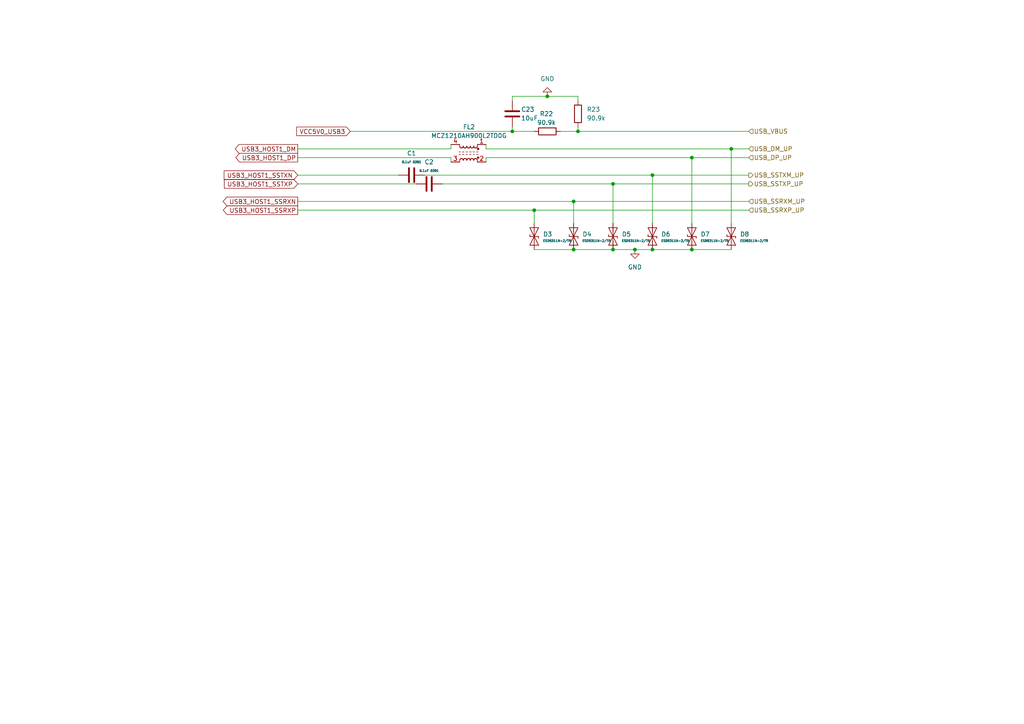
<source format=kicad_sch>
(kicad_sch (version 20250114) (generator "eeschema") (generator_version "9.0")
  (paper "A4")
  (lib_symbols
    (symbol "Device:C" (pin_numbers (hide yes)) (pin_names (offset 0.254))
      (property "Reference" "C" (at 0.635 2.54 0))
      (property "Value" "C" (at 0.635 -2.54 0))
      (symbol "C_0_1"
        (polyline (pts (xy -2.032 0.762) (xy 2.032 0.762)) (stroke (width 0.508)))
        (polyline (pts (xy -2.032 -0.762) (xy 2.032 -0.762)) (stroke (width 0.508)))
      )
      (symbol "C_1_1"
        (pin passive line (at 0 3.81 270) (length 2.794) (name "~") (number "1"))
        (pin passive line (at 0 -3.81 90) (length 2.794) (name "~") (number "2"))
      )
    )
    (symbol "Device:R" (pin_numbers (hide yes)) (pin_names (offset 0))
      (property "Reference" "R" (at 2.032 0 90))
      (property "Value" "R" (at 0 0 90))
      (symbol "R_0_1"
        (rectangle (start -1.016 -2.54) (end 1.016 2.54) (stroke (width 0.254)))
      )
      (symbol "R_1_1"
        (pin passive line (at 0 3.81 270) (length 1.27) (name "~") (number "1"))
        (pin passive line (at 0 -3.81 90) (length 1.27) (name "~") (number "2"))
      )
    )
    (symbol "Diode:ESD131-B1-W0201" (pin_numbers (hide yes)) (pin_names (offset 1.016) (hide yes))
      (property "Reference" "D" (at 0 2.54 0))
      (property "Value" "ESD131-B1-W0201" (at 0 -2.54 0))
      (symbol "ESD131-B1-W0201_0_1"
        (polyline (pts (xy -2.54 -1.27) (xy 0 0) (xy -2.54 1.27) (xy -2.54 -1.27)) (stroke (width 0.2032)))
        (polyline (pts (xy 0.508 1.27) (xy 0 1.27) (xy 0 -1.27) (xy -0.508 -1.27)) (stroke (width 0.2032)))
        (polyline (pts (xy 1.27 0) (xy -1.27 0)))
        (polyline (pts (xy 2.54 1.27) (xy 2.54 -1.27) (xy 0 0) (xy 2.54 1.27)) (stroke (width 0.2032)))
      )
      (symbol "ESD131-B1-W0201_1_1"
        (pin passive line (at -3.81 0 0) (length 2.54) (name "A1") (number "1"))
        (pin passive line (at 3.81 0 180) (length 2.54) (name "A2") (number "2"))
      )
    )
    (symbol "Filter:Choke_CommonMode_FerriteCore_1423" (pin_names (offset 0.254) (hide yes))
      (property "Reference" "FL" (at 0 4.445 0))
      (property "Value" "Choke_CommonMode_FerriteCore_1423" (at 0 -4.445 0))
      (symbol "Choke_CommonMode_FerriteCore_1423_0_1"
        (circle (center -2.794 1.27) (radius 0.254) (fill (type outline)))
        (polyline (pts (xy -2.794 0.381) (xy -2.286 0.381)))
        (polyline (pts (xy -2.794 -0.381) (xy -2.286 -0.381)))
        (circle (center -2.794 -1.27) (radius 0.254) (fill (type outline)))
        (polyline (pts (xy -2.54 2.032) (xy -2.54 2.54)))
        (polyline (pts (xy -2.54 -2.032) (xy -2.54 -2.54)))
        (arc (start -1.524 2.032) (mid -2.032 1.5262) (end -2.54 2.032) (stroke (width 0.254)))
        (arc (start -2.54 -2.032) (mid -2.032 -1.5262) (end -1.524 -2.032) (stroke (width 0.254)))
        (polyline (pts (xy -1.778 0.381) (xy -1.27 0.381)))
        (polyline (pts (xy -1.778 -0.381) (xy -1.27 -0.381)))
        (arc (start -0.508 2.032) (mid -1.016 1.5262) (end -1.524 2.032) (stroke (width 0.254)))
        (arc (start -1.524 -2.032) (mid -1.016 -1.5262) (end -0.508 -2.032) (stroke (width 0.254)))
        (polyline (pts (xy -0.762 0.381) (xy -0.254 0.381)))
        (polyline (pts (xy -0.762 -0.381) (xy -0.254 -0.381)))
        (arc (start 0.508 2.032) (mid 0 1.5262) (end -0.508 2.032) (stroke (width 0.254)))
        (arc (start -0.508 -2.032) (mid 0 -1.5262) (end 0.508 -2.032) (stroke (width 0.254)))
        (polyline (pts (xy 0.254 0.381) (xy 0.762 0.381)))
        (polyline (pts (xy 0.254 -0.381) (xy 0.762 -0.381)))
        (arc (start 1.524 2.032) (mid 1.016 1.5262) (end 0.508 2.032) (stroke (width 0.254)))
        (arc (start 0.508 -2.032) (mid 1.016 -1.5262) (end 1.524 -2.032) (stroke (width 0.254)))
        (polyline (pts (xy 1.27 0.381) (xy 1.778 0.381)))
        (polyline (pts (xy 1.27 -0.381) (xy 1.778 -0.381)))
        (arc (start 2.54 2.032) (mid 2.032 1.5262) (end 1.524 2.032) (stroke (width 0.254)))
        (arc (start 1.524 -2.032) (mid 2.032 -1.5262) (end 2.54 -2.032) (stroke (width 0.254)))
        (polyline (pts (xy 2.286 0.381) (xy 2.794 0.381)))
        (polyline (pts (xy 2.286 -0.381) (xy 2.794 -0.381)))
        (polyline (pts (xy 2.54 2.54) (xy 2.54 2.032)))
        (polyline (pts (xy 2.54 -2.032) (xy 2.54 -2.54)))
      )
      (symbol "Choke_CommonMode_FerriteCore_1423_1_1"
        (pin passive line (at -5.08 2.54 0) (length 2.54) (name "1") (number "1"))
        (pin passive line (at -5.08 -2.54 0) (length 2.54) (name "2") (number "2"))
        (pin passive line (at 5.08 2.54 180) (length 2.54) (name "4") (number "4"))
        (pin passive line (at 5.08 -2.54 180) (length 2.54) (name "3") (number "3"))
      )
    )
    (symbol "power:GND" (power) (pin_numbers (hide yes)) (pin_names (offset 0) (hide yes))
      (property "Value" "GND" (at 0 -3.81 0))
      (symbol "GND_0_1"
        (polyline (pts (xy 0 0) (xy 0 -1.27) (xy 1.27 -1.27) (xy 0 -2.54) (xy -1.27 -1.27) (xy 0 -1.27)))
      )
      (symbol "GND_1_1"
        (pin power_in line (at 0 0 270) (length 0) (name "~") (number "1"))
      )
    )
  )
  (junction (at 184.15 72.39))
  (junction (at 148.59 38.1))
  (junction (at 189.23 50.8))
  (junction (at 177.8 53.34))
  (junction (at 158.75 27.94))
  (junction (at 177.8 72.39))
  (junction (at 200.66 45.72))
  (junction (at 167.64 38.1))
  (junction (at 200.66 72.39))
  (junction (at 166.37 72.39))
  (junction (at 154.94 60.96))
  (junction (at 166.37 58.42))
  (junction (at 189.23 72.39))
  (junction (at 212.09 43.18))
  (wire (pts (xy 101.6 38.1) (xy 148.59 38.1)))
  (wire (pts (xy 86.36 45.72) (xy 130.81 45.72)))
  (wire (pts (xy 148.59 27.94) (xy 158.75 27.94)))
  (wire (pts (xy 140.97 46.99) (xy 140.97 45.72)))
  (wire (pts (xy 167.64 36.83) (xy 167.64 38.1)))
  (wire (pts (xy 200.66 45.72) (xy 217.17 45.72)))
  (wire (pts (xy 167.64 38.1) (xy 217.17 38.1)))
  (wire (pts (xy 154.94 72.39) (xy 166.37 72.39)))
  (wire (pts (xy 189.23 50.8) (xy 189.23 64.77)))
  (wire (pts (xy 200.66 72.39) (xy 212.09 72.39)))
  (wire (pts (xy 166.37 72.39) (xy 177.8 72.39)))
  (wire (pts (xy 86.36 50.8) (xy 115.57 50.8)))
  (wire (pts (xy 177.8 53.34) (xy 177.8 64.77)))
  (wire (pts (xy 154.94 60.96) (xy 217.17 60.96)))
  (wire (pts (xy 212.09 43.18) (xy 217.17 43.18)))
  (wire (pts (xy 148.59 27.94) (xy 148.59 29.21)))
  (wire (pts (xy 212.09 43.18) (xy 212.09 64.77)))
  (wire (pts (xy 86.36 53.34) (xy 120.65 53.34)))
  (wire (pts (xy 140.97 41.91) (xy 140.97 43.18)))
  (wire (pts (xy 167.64 27.94) (xy 167.64 29.21)))
  (wire (pts (xy 86.36 43.18) (xy 130.81 43.18)))
  (wire (pts (xy 189.23 50.8) (xy 217.17 50.8)))
  (wire (pts (xy 177.8 53.34) (xy 217.17 53.34)))
  (wire (pts (xy 189.23 72.39) (xy 200.66 72.39)))
  (wire (pts (xy 128.27 53.34) (xy 177.8 53.34)))
  (wire (pts (xy 158.75 27.94) (xy 167.64 27.94)))
  (wire (pts (xy 148.59 36.83) (xy 148.59 38.1)))
  (wire (pts (xy 130.81 43.18) (xy 130.81 41.91)))
  (wire (pts (xy 177.8 72.39) (xy 184.15 72.39)))
  (wire (pts (xy 86.36 58.42) (xy 166.37 58.42)))
  (wire (pts (xy 130.81 45.72) (xy 130.81 46.99)))
  (wire (pts (xy 148.59 38.1) (xy 154.94 38.1)))
  (wire (pts (xy 140.97 43.18) (xy 212.09 43.18)))
  (wire (pts (xy 140.97 45.72) (xy 200.66 45.72)))
  (wire (pts (xy 86.36 60.96) (xy 154.94 60.96)))
  (wire (pts (xy 162.56 38.1) (xy 167.64 38.1)))
  (wire (pts (xy 166.37 58.42) (xy 166.37 64.77)))
  (wire (pts (xy 123.19 50.8) (xy 189.23 50.8)))
  (wire (pts (xy 166.37 58.42) (xy 217.17 58.42)))
  (wire (pts (xy 200.66 45.72) (xy 200.66 64.77)))
  (wire (pts (xy 154.94 60.96) (xy 154.94 64.77)))
  (wire (pts (xy 184.15 72.39) (xy 189.23 72.39)))
  (global_label "USB3_HOST1_SSTXP" (shape input) (at 86.36 53.34 180) (property "Intersheetrefs" "${INTERSHEET_REFS}" (effects (hide yes))))
  (global_label "USB3_HOST1_SSRXP" (shape output) (at 86.36 60.96 180) (property "Intersheetrefs" "${INTERSHEET_REFS}" (effects (hide yes))))
  (global_label "VCC5V0_USB3" (shape input) (at 101.6 38.1 180) (property "Intersheetrefs" "${INTERSHEET_REFS}" (effects (hide yes))))
  (global_label "USB3_HOST1_SSRXN" (shape output) (at 86.36 58.42 180) (property "Intersheetrefs" "${INTERSHEET_REFS}" (effects (hide yes))))
  (global_label "USB3_HOST1_SSTXN" (shape input) (at 86.36 50.8 180) (property "Intersheetrefs" "${INTERSHEET_REFS}" (effects (hide yes))))
  (global_label "USB3_HOST1_DM" (shape output) (at 86.36 43.18 180) (property "Intersheetrefs" "${INTERSHEET_REFS}" (effects (hide yes))))
  (global_label "USB3_HOST1_DP" (shape output) (at 86.36 45.72 180) (property "Intersheetrefs" "${INTERSHEET_REFS}" (effects (hide yes))))
  (hierarchical_label "USB_SSRXM_UP" (shape input) (at 217.17 58.42 0))
  (hierarchical_label "USB_SSTXM_UP" (shape output) (at 217.17 50.8 0))
  (hierarchical_label "USB_SSTXP_UP" (shape output) (at 217.17 53.34 0))
  (hierarchical_label "USB_SSRXP_UP" (shape input) (at 217.17 60.96 0))
  (hierarchical_label "USB_DP_UP" (shape input) (at 217.17 45.72 0))
  (hierarchical_label "USB_DM_UP" (shape input) (at 217.17 43.18 0))
  (hierarchical_label "USB_VBUS" (shape input) (at 217.17 38.1 0))
  (symbol (lib_id "Device:C") (at 148.59 33.02 0) (unit 1)
    (property "Reference" "C23" (at 151.13 31.75 0) (effects (justify left)))
    (property "Value" "10uF" (at 151.13 34.29 0) (effects (justify left)))
    (property "Description" "Unpolarized capacitor" (effects (hide yes)))
  )
  (symbol (lib_id "power:GND") (at 158.75 27.94 180) (unit 1)
    (property "Reference" "#PWR036" (effects (hide yes)))
    (property "Value" "GND" (at 158.75 22.86 0))
    (property "Description" "Power symbol creates a global label with name \"GND\" , ground" (effects (hide yes)))
  )
  (symbol (lib_id "Device:C") (at 124.46 53.34 90) (unit 1)
    (property "Reference" "C2" (at 124.46 46.99 90))
    (property "Value" "0.1uF 0201" (at 124.46 49.53 90) (effects (font (size 0.635 0.635))))
    (property "Description" "Unpolarized capacitor" (effects (hide yes)))
  )
  (symbol (lib_id "Filter:Choke_CommonMode_FerriteCore_1423") (at 135.89 44.45 0) (mirror y) (unit 1)
    (property "Reference" "FL2" (at 136.017 36.83 0))
    (property "Value" "MCZ1210AH900L2TD0G" (at 136.017 39.37 0))
    (property "Description" "Generic common-mode choke, ferrite core, 1423 pin order" (effects (hide yes)))
  )
  (symbol (lib_id "Device:R") (at 158.75 38.1 90) (unit 1)
    (property "Reference" "R22" (at 158.496 33.02 90))
    (property "Value" "90.9k" (at 158.496 35.56 90))
    (property "Description" "Resistor" (effects (hide yes)))
  )
  (symbol (lib_id "Device:C") (at 119.38 50.8 90) (unit 1)
    (property "Reference" "C1" (at 119.38 44.45 90))
    (property "Value" "0.1uF 0201" (at 119.38 46.99 90) (effects (font (size 0.635 0.635))))
    (property "Description" "Unpolarized capacitor" (effects (hide yes)))
  )
  (symbol (lib_id "Diode:ESD131-B1-W0201") (at 189.23 68.58 270) (unit 1)
    (property "Reference" "D6" (at 191.77 67.9449 90) (effects (justify left)))
    (property "Value" "ESD5311N-2/TR" (at 191.77 69.85 90) (effects (font (size 0.635 0.635)) (justify left)))
    (property "Footprint" "Diode_SMD:Infineon_SG-WLL-2-3_0.58x0.28_P0.36mm" (effects (hide yes)))
    (property "Datasheet" "https://www.infineon.com/dgdl/Infineon-ESD131-B1-W0201-DataSheet-v02_00-EN.pdf?fileId=5546d4625cc9456a015ce94850964889" (effects (hide yes)))
    (property "Description" "Bidirectional ESD protection diode, ±5.5Vrwm, 0.23pF, SG-WLL-2-3" (effects (hide yes)))
  )
  (symbol (lib_id "Device:R") (at 167.64 33.02 180) (unit 1)
    (property "Reference" "R23" (at 170.18 31.7499 0) (effects (justify right)))
    (property "Value" "90.9k" (at 170.18 34.2899 0) (effects (justify right)))
    (property "Description" "Resistor" (effects (hide yes)))
  )
  (symbol (lib_id "Diode:ESD131-B1-W0201") (at 212.09 68.58 270) (unit 1)
    (property "Reference" "D8" (at 214.63 67.9449 90) (effects (justify left)))
    (property "Value" "ESD5311N-2/TR" (at 214.63 69.85 90) (effects (font (size 0.635 0.635)) (justify left)))
    (property "Footprint" "Diode_SMD:Infineon_SG-WLL-2-3_0.58x0.28_P0.36mm" (effects (hide yes)))
    (property "Datasheet" "https://www.infineon.com/dgdl/Infineon-ESD131-B1-W0201-DataSheet-v02_00-EN.pdf?fileId=5546d4625cc9456a015ce94850964889" (effects (hide yes)))
    (property "Description" "Bidirectional ESD protection diode, ±5.5Vrwm, 0.23pF, SG-WLL-2-3" (effects (hide yes)))
  )
  (symbol (lib_id "Diode:ESD131-B1-W0201") (at 166.37 68.58 270) (unit 1)
    (property "Reference" "D4" (at 168.91 67.9449 90) (effects (justify left)))
    (property "Value" "ESD5311N-2/TR" (at 168.91 69.85 90) (effects (font (size 0.635 0.635)) (justify left)))
    (property "Footprint" "Diode_SMD:Infineon_SG-WLL-2-3_0.58x0.28_P0.36mm" (effects (hide yes)))
    (property "Datasheet" "https://www.infineon.com/dgdl/Infineon-ESD131-B1-W0201-DataSheet-v02_00-EN.pdf?fileId=5546d4625cc9456a015ce94850964889" (effects (hide yes)))
    (property "Description" "Bidirectional ESD protection diode, ±5.5Vrwm, 0.23pF, SG-WLL-2-3" (effects (hide yes)))
  )
  (symbol (lib_id "Diode:ESD131-B1-W0201") (at 200.66 68.58 270) (unit 1)
    (property "Reference" "D7" (at 203.2 67.9449 90) (effects (justify left)))
    (property "Value" "ESD5311N-2/TR" (at 203.2 69.85 90) (effects (font (size 0.635 0.635)) (justify left)))
    (property "Footprint" "Diode_SMD:Infineon_SG-WLL-2-3_0.58x0.28_P0.36mm" (effects (hide yes)))
    (property "Datasheet" "https://www.infineon.com/dgdl/Infineon-ESD131-B1-W0201-DataSheet-v02_00-EN.pdf?fileId=5546d4625cc9456a015ce94850964889" (effects (hide yes)))
    (property "Description" "Bidirectional ESD protection diode, ±5.5Vrwm, 0.23pF, SG-WLL-2-3" (effects (hide yes)))
  )
  (symbol (lib_id "power:GND") (at 184.15 72.39 0) (unit 1)
    (property "Reference" "#PWR018" (effects (hide yes)))
    (property "Value" "GND" (at 184.15 77.47 0))
    (property "Description" "Power symbol creates a global label with name \"GND\" , ground" (effects (hide yes)))
  )
  (symbol (lib_id "Diode:ESD131-B1-W0201") (at 154.94 68.58 270) (unit 1)
    (property "Reference" "D3" (at 157.48 67.9449 90) (effects (justify left)))
    (property "Value" "ESD5311N-2/TR" (at 157.48 69.85 90) (effects (font (size 0.635 0.635)) (justify left)))
    (property "Footprint" "Diode_SMD:Infineon_SG-WLL-2-3_0.58x0.28_P0.36mm" (effects (hide yes)))
    (property "Datasheet" "https://www.infineon.com/dgdl/Infineon-ESD131-B1-W0201-DataSheet-v02_00-EN.pdf?fileId=5546d4625cc9456a015ce94850964889" (effects (hide yes)))
    (property "Description" "Bidirectional ESD protection diode, ±5.5Vrwm, 0.23pF, SG-WLL-2-3" (effects (hide yes)))
  )
  (symbol (lib_id "Diode:ESD131-B1-W0201") (at 177.8 68.58 270) (unit 1)
    (property "Reference" "D5" (at 180.34 67.9449 90) (effects (justify left)))
    (property "Value" "ESD5311N-2/TR" (at 180.34 69.85 90) (effects (font (size 0.635 0.635)) (justify left)))
    (property "Footprint" "Diode_SMD:Infineon_SG-WLL-2-3_0.58x0.28_P0.36mm" (effects (hide yes)))
    (property "Datasheet" "https://www.infineon.com/dgdl/Infineon-ESD131-B1-W0201-DataSheet-v02_00-EN.pdf?fileId=5546d4625cc9456a015ce94850964889" (effects (hide yes)))
    (property "Description" "Bidirectional ESD protection diode, ±5.5Vrwm, 0.23pF, SG-WLL-2-3" (effects (hide yes)))
  )
)
</source>
